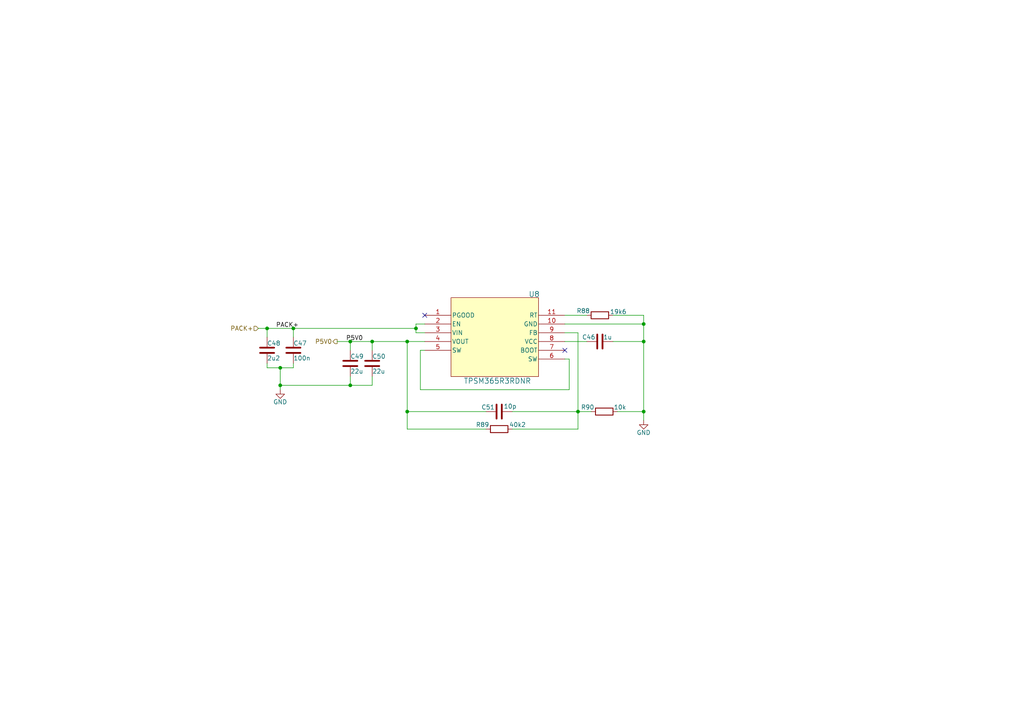
<source format=kicad_sch>
(kicad_sch (version 20250114) (generator "eeschema") (generator_version "9.0")
  (paper "A4")
  (lib_symbols
    (symbol "Device:C" (pin_numbers (hide yes)) (pin_names (offset 0.254))
      (property "Reference" "C" (at 0.635 2.54 0))
      (property "Value" "C" (at 0.635 -2.54 0))
      (symbol "C_0_1"
        (polyline (pts (xy -2.032 0.762) (xy 2.032 0.762)) (stroke (width 0.508)))
        (polyline (pts (xy -2.032 -0.762) (xy 2.032 -0.762)) (stroke (width 0.508)))
      )
      (symbol "C_1_1"
        (pin passive line (at 0 3.81 270) (length 2.794) (name "~") (number "1"))
        (pin passive line (at 0 -3.81 90) (length 2.794) (name "~") (number "2"))
      )
    )
    (symbol "Device:R" (pin_numbers (hide yes)) (pin_names (offset 0))
      (property "Reference" "R" (at 2.032 0 90))
      (property "Value" "R" (at 0 0 90))
      (symbol "R_0_1"
        (rectangle (start -1.016 -2.54) (end 1.016 2.54) (stroke (width 0.254)))
      )
      (symbol "R_1_1"
        (pin passive line (at 0 3.81 270) (length 1.27) (name "~") (number "1"))
        (pin passive line (at 0 -3.81 90) (length 1.27) (name "~") (number "2"))
      )
    )
    (symbol "TPSM365R3RDNR:TPSM365R3RDNR" (pin_names (offset 0.254))
      (property "Reference" "U" (at 20.32 10.16 0))
      (property "Value" "TPSM365R3RDNR" (at 20.32 7.62 0))
      (symbol "TPSM365R3RDNR_0_1"
        (pin unspecified line (at 0 0 0) (length 7.62) (name "PGOOD") (number "1"))
        (pin unspecified line (at 0 -2.54 0) (length 7.62) (name "EN") (number "2"))
        (pin power_in line (at 0 -5.08 0) (length 7.62) (name "VIN") (number "3"))
        (pin power_in line (at 0 -7.62 0) (length 7.62) (name "VOUT") (number "4"))
        (pin power_in line (at 0 -10.16 0) (length 7.62) (name "SW") (number "5"))
        (pin unspecified line (at 40.64 0 180) (length 7.62) (name "RT") (number "11"))
        (pin power_out line (at 40.64 -2.54 180) (length 7.62) (name "GND") (number "10"))
        (pin unspecified line (at 40.64 -5.08 180) (length 7.62) (name "FB") (number "9"))
        (pin power_in line (at 40.64 -7.62 180) (length 7.62) (name "VCC") (number "8"))
        (pin power_in line (at 40.64 -10.16 180) (length 7.62) (name "BOOT") (number "7"))
        (pin power_in line (at 40.64 -12.7 180) (length 7.62) (name "SW") (number "6"))
      )
      (symbol "TPSM365R3RDNR_1_1"
        (rectangle (start 7.62 5.08) (end 33.02 -17.78) (fill (type background)))
      )
    )
    (symbol "power:GND" (power) (pin_numbers (hide yes)) (pin_names (offset 0) (hide yes))
      (property "Value" "GND" (at 0 -3.81 0))
      (symbol "GND_0_1"
        (polyline (pts (xy 0 0) (xy 0 -1.27) (xy 1.27 -1.27) (xy 0 -2.54) (xy -1.27 -1.27) (xy 0 -1.27)))
      )
      (symbol "GND_1_1"
        (pin power_in line (at 0 0 270) (length 0) (name "~") (number "1"))
      )
    )
  )
  (junction (at 77.47 95.25))
  (junction (at 81.28 111.76))
  (junction (at 118.11 99.06))
  (junction (at 101.6 111.76))
  (junction (at 120.65 95.25))
  (junction (at 101.6 99.06))
  (junction (at 85.09 95.25))
  (junction (at 186.69 93.98))
  (junction (at 186.69 119.38))
  (junction (at 118.11 119.38))
  (junction (at 81.28 106.68))
  (junction (at 186.69 99.06))
  (junction (at 107.95 99.06))
  (junction (at 167.64 119.38))
  (no_connect (at 163.83 101.6))
  (no_connect (at 123.19 91.44))
  (wire (pts (xy 85.09 97.79) (xy 85.09 95.25)))
  (wire (pts (xy 148.59 124.46) (xy 167.64 124.46)))
  (wire (pts (xy 177.8 91.44) (xy 186.69 91.44)))
  (wire (pts (xy 81.28 111.76) (xy 81.28 113.03)))
  (wire (pts (xy 118.11 99.06) (xy 123.19 99.06)))
  (wire (pts (xy 179.07 119.38) (xy 186.69 119.38)))
  (wire (pts (xy 186.69 93.98) (xy 186.69 91.44)))
  (wire (pts (xy 120.65 96.52) (xy 123.19 96.52)))
  (wire (pts (xy 77.47 106.68) (xy 81.28 106.68)))
  (wire (pts (xy 140.97 119.38) (xy 118.11 119.38)))
  (wire (pts (xy 85.09 95.25) (xy 120.65 95.25)))
  (wire (pts (xy 123.19 101.6) (xy 121.92 101.6)))
  (wire (pts (xy 118.11 99.06) (xy 118.11 119.38)))
  (wire (pts (xy 85.09 105.41) (xy 85.09 106.68)))
  (wire (pts (xy 163.83 91.44) (xy 170.18 91.44)))
  (wire (pts (xy 81.28 106.68) (xy 81.28 111.76)))
  (wire (pts (xy 107.95 99.06) (xy 107.95 101.6)))
  (wire (pts (xy 163.83 99.06) (xy 170.18 99.06)))
  (wire (pts (xy 186.69 99.06) (xy 186.69 93.98)))
  (wire (pts (xy 77.47 105.41) (xy 77.47 106.68)))
  (wire (pts (xy 165.1 113.03) (xy 165.1 104.14)))
  (wire (pts (xy 165.1 104.14) (xy 163.83 104.14)))
  (wire (pts (xy 74.93 95.25) (xy 77.47 95.25)))
  (wire (pts (xy 177.8 99.06) (xy 186.69 99.06)))
  (wire (pts (xy 167.64 96.52) (xy 167.64 119.38)))
  (wire (pts (xy 186.69 99.06) (xy 186.69 119.38)))
  (wire (pts (xy 81.28 111.76) (xy 101.6 111.76)))
  (wire (pts (xy 77.47 97.79) (xy 77.47 95.25)))
  (wire (pts (xy 118.11 124.46) (xy 118.11 119.38)))
  (wire (pts (xy 163.83 93.98) (xy 186.69 93.98)))
  (wire (pts (xy 186.69 119.38) (xy 186.69 121.92)))
  (wire (pts (xy 107.95 109.22) (xy 107.95 111.76)))
  (wire (pts (xy 101.6 99.06) (xy 107.95 99.06)))
  (wire (pts (xy 120.65 95.25) (xy 120.65 96.52)))
  (wire (pts (xy 77.47 95.25) (xy 85.09 95.25)))
  (wire (pts (xy 81.28 106.68) (xy 85.09 106.68)))
  (wire (pts (xy 120.65 93.98) (xy 120.65 95.25)))
  (wire (pts (xy 140.97 124.46) (xy 118.11 124.46)))
  (wire (pts (xy 121.92 113.03) (xy 165.1 113.03)))
  (wire (pts (xy 101.6 109.22) (xy 101.6 111.76)))
  (wire (pts (xy 107.95 99.06) (xy 118.11 99.06)))
  (wire (pts (xy 167.64 119.38) (xy 171.45 119.38)))
  (wire (pts (xy 167.64 96.52) (xy 163.83 96.52)))
  (wire (pts (xy 101.6 99.06) (xy 101.6 101.6)))
  (wire (pts (xy 97.79 99.06) (xy 101.6 99.06)))
  (wire (pts (xy 148.59 119.38) (xy 167.64 119.38)))
  (wire (pts (xy 121.92 101.6) (xy 121.92 113.03)))
  (wire (pts (xy 123.19 93.98) (xy 120.65 93.98)))
  (wire (pts (xy 101.6 111.76) (xy 107.95 111.76)))
  (wire (pts (xy 167.64 124.46) (xy 167.64 119.38)))
  (label "PACK+" (at 80.01 95.25 0))
  (label "P5V0" (at 100.33 99.06 0))
  (hierarchical_label "P5V0" (shape output) (at 97.79 99.06 180))
  (hierarchical_label "PACK+" (shape input) (at 74.93 95.25 180))
  (symbol (lib_id "Device:C") (at 107.95 105.41 0) (unit 1)
    (property "Reference" "C50" (at 107.95 103.378 0) (effects (justify left)))
    (property "Value" "22u" (at 107.95 107.696 0) (effects (justify left)))
    (property "Description" "Unpolarized capacitor" (effects (hide yes)))
  )
  (symbol (lib_id "power:GND") (at 81.28 113.03 0) (unit 1)
    (property "Reference" "#PWR033" (effects (hide yes)))
    (property "Value" "GND" (at 83.312 116.586 0) (effects (justify right)))
    (property "Description" "Power symbol creates a global label with name \"GND\" , ground" (effects (hide yes)))
  )
  (symbol (lib_id "power:GND") (at 186.69 121.92 0) (unit 1)
    (property "Reference" "#PWR032" (effects (hide yes)))
    (property "Value" "GND" (at 188.722 125.476 0) (effects (justify right)))
    (property "Description" "Power symbol creates a global label with name \"GND\" , ground" (effects (hide yes)))
  )
  (symbol (lib_id "Device:C") (at 77.47 101.6 0) (unit 1)
    (property "Reference" "C48" (at 77.47 99.568 0) (effects (justify left)))
    (property "Value" "2u2" (at 77.47 103.886 0) (effects (justify left)))
    (property "Description" "Unpolarized capacitor" (effects (hide yes)))
  )
  (symbol (lib_id "Device:C") (at 101.6 105.41 0) (unit 1)
    (property "Reference" "C49" (at 101.6 103.378 0) (effects (justify left)))
    (property "Value" "22u" (at 101.6 107.696 0) (effects (justify left)))
    (property "Description" "Unpolarized capacitor" (effects (hide yes)))
  )
  (symbol (lib_id "Device:C") (at 144.78 119.38 90) (unit 1)
    (property "Reference" "C51" (at 143.51 118.11 90) (effects (justify left)))
    (property "Value" "10p" (at 149.86 117.856 90) (effects (justify left)))
    (property "Description" "Unpolarized capacitor" (effects (hide yes)))
  )
  (symbol (lib_id "Device:C") (at 85.09 101.6 0) (unit 1)
    (property "Reference" "C47" (at 85.09 99.568 0) (effects (justify left)))
    (property "Value" "100n" (at 85.09 103.886 0) (effects (justify left)))
    (property "Description" "Unpolarized capacitor" (effects (hide yes)))
  )
  (symbol (lib_id "Device:R") (at 173.99 91.44 90) (unit 1)
    (property "Reference" "R88" (at 169.164 90.17 90))
    (property "Value" "19k6" (at 179.324 90.424 90))
    (property "Description" "Resistor" (effects (hide yes)))
  )
  (symbol (lib_id "Device:R") (at 175.26 119.38 90) (unit 1)
    (property "Reference" "R90" (at 170.434 118.11 90))
    (property "Value" "10k" (at 179.832 118.11 90))
    (property "Description" "Resistor" (effects (hide yes)))
  )
  (symbol (lib_id "Device:C") (at 173.99 99.06 90) (unit 1)
    (property "Reference" "C46" (at 172.72 97.79 90) (effects (justify left)))
    (property "Value" "1u" (at 177.546 97.79 90) (effects (justify left)))
    (property "Description" "Unpolarized capacitor" (effects (hide yes)))
  )
  (symbol (lib_id "TPSM365R3RDNR:TPSM365R3RDNR") (at 123.19 91.44 0) (unit 1)
    (property "Reference" "U8" (at 154.94 85.344 0) (effects (font (size 1.524 1.524))))
    (property "Value" "TPSM365R3RDNR" (at 144.272 110.49 0) (effects (font (size 1.524 1.524))))
    (property "Footprint" "QFN-FCMOD_365R6FRDN_TEX" (effects (hide yes)))
    (property "Datasheet" "https://www.ti.com/lit/gpn/tpsm365r3" (effects (hide yes)))
  )
  (symbol (lib_id "Device:R") (at 144.78 124.46 90) (unit 1)
    (property "Reference" "R89" (at 139.954 123.19 90))
    (property "Value" "40k2" (at 150.114 123.19 90))
    (property "Description" "Resistor" (effects (hide yes)))
  )
)
</source>
